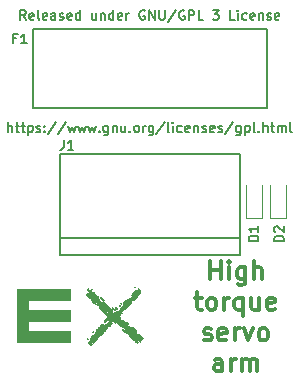
<source format=gto>
G04 #@! TF.FileFunction,Legend,Top*
%FSLAX46Y46*%
G04 Gerber Fmt 4.6, Leading zero omitted, Abs format (unit mm)*
G04 Created by KiCad (PCBNEW 4.0.7-e2-6376~61~ubuntu18.04.1) date Thu Dec  5 21:11:01 2019*
%MOMM*%
%LPD*%
G01*
G04 APERTURE LIST*
%ADD10C,0.100000*%
%ADD11C,0.203200*%
%ADD12C,0.304800*%
%ADD13C,0.120000*%
%ADD14C,0.150000*%
%ADD15C,0.010000*%
%ADD16C,0.152400*%
G04 APERTURE END LIST*
D10*
D11*
X540230Y-18367695D02*
X540230Y-17554895D01*
X888573Y-18367695D02*
X888573Y-17941943D01*
X849868Y-17864533D01*
X772458Y-17825829D01*
X656344Y-17825829D01*
X578935Y-17864533D01*
X540230Y-17903238D01*
X1159506Y-17825829D02*
X1469144Y-17825829D01*
X1275620Y-17554895D02*
X1275620Y-18251581D01*
X1314325Y-18328990D01*
X1391734Y-18367695D01*
X1469144Y-18367695D01*
X1623963Y-17825829D02*
X1933601Y-17825829D01*
X1740077Y-17554895D02*
X1740077Y-18251581D01*
X1778782Y-18328990D01*
X1856191Y-18367695D01*
X1933601Y-18367695D01*
X2204534Y-17825829D02*
X2204534Y-18638629D01*
X2204534Y-17864533D02*
X2281943Y-17825829D01*
X2436762Y-17825829D01*
X2514172Y-17864533D01*
X2552877Y-17903238D01*
X2591581Y-17980648D01*
X2591581Y-18212876D01*
X2552877Y-18290286D01*
X2514172Y-18328990D01*
X2436762Y-18367695D01*
X2281943Y-18367695D01*
X2204534Y-18328990D01*
X2901219Y-18328990D02*
X2978629Y-18367695D01*
X3133448Y-18367695D01*
X3210857Y-18328990D01*
X3249562Y-18251581D01*
X3249562Y-18212876D01*
X3210857Y-18135467D01*
X3133448Y-18096762D01*
X3017333Y-18096762D01*
X2939924Y-18058057D01*
X2901219Y-17980648D01*
X2901219Y-17941943D01*
X2939924Y-17864533D01*
X3017333Y-17825829D01*
X3133448Y-17825829D01*
X3210857Y-17864533D01*
X3597905Y-18290286D02*
X3636610Y-18328990D01*
X3597905Y-18367695D01*
X3559200Y-18328990D01*
X3597905Y-18290286D01*
X3597905Y-18367695D01*
X3597905Y-17864533D02*
X3636610Y-17903238D01*
X3597905Y-17941943D01*
X3559200Y-17903238D01*
X3597905Y-17864533D01*
X3597905Y-17941943D01*
X4565524Y-17516190D02*
X3868839Y-18561219D01*
X5417029Y-17516190D02*
X4720344Y-18561219D01*
X5610553Y-17825829D02*
X5765372Y-18367695D01*
X5920191Y-17980648D01*
X6075010Y-18367695D01*
X6229829Y-17825829D01*
X6462058Y-17825829D02*
X6616877Y-18367695D01*
X6771696Y-17980648D01*
X6926515Y-18367695D01*
X7081334Y-17825829D01*
X7313563Y-17825829D02*
X7468382Y-18367695D01*
X7623201Y-17980648D01*
X7778020Y-18367695D01*
X7932839Y-17825829D01*
X8242478Y-18290286D02*
X8281183Y-18328990D01*
X8242478Y-18367695D01*
X8203773Y-18328990D01*
X8242478Y-18290286D01*
X8242478Y-18367695D01*
X8977869Y-17825829D02*
X8977869Y-18483810D01*
X8939164Y-18561219D01*
X8900459Y-18599924D01*
X8823050Y-18638629D01*
X8706935Y-18638629D01*
X8629526Y-18599924D01*
X8977869Y-18328990D02*
X8900459Y-18367695D01*
X8745640Y-18367695D01*
X8668231Y-18328990D01*
X8629526Y-18290286D01*
X8590821Y-18212876D01*
X8590821Y-17980648D01*
X8629526Y-17903238D01*
X8668231Y-17864533D01*
X8745640Y-17825829D01*
X8900459Y-17825829D01*
X8977869Y-17864533D01*
X9364916Y-17825829D02*
X9364916Y-18367695D01*
X9364916Y-17903238D02*
X9403621Y-17864533D01*
X9481030Y-17825829D01*
X9597144Y-17825829D01*
X9674554Y-17864533D01*
X9713259Y-17941943D01*
X9713259Y-18367695D01*
X10448649Y-17825829D02*
X10448649Y-18367695D01*
X10100306Y-17825829D02*
X10100306Y-18251581D01*
X10139011Y-18328990D01*
X10216420Y-18367695D01*
X10332534Y-18367695D01*
X10409944Y-18328990D01*
X10448649Y-18290286D01*
X10835696Y-18290286D02*
X10874401Y-18328990D01*
X10835696Y-18367695D01*
X10796991Y-18328990D01*
X10835696Y-18290286D01*
X10835696Y-18367695D01*
X11338858Y-18367695D02*
X11261449Y-18328990D01*
X11222744Y-18290286D01*
X11184039Y-18212876D01*
X11184039Y-17980648D01*
X11222744Y-17903238D01*
X11261449Y-17864533D01*
X11338858Y-17825829D01*
X11454972Y-17825829D01*
X11532382Y-17864533D01*
X11571087Y-17903238D01*
X11609791Y-17980648D01*
X11609791Y-18212876D01*
X11571087Y-18290286D01*
X11532382Y-18328990D01*
X11454972Y-18367695D01*
X11338858Y-18367695D01*
X11958134Y-18367695D02*
X11958134Y-17825829D01*
X11958134Y-17980648D02*
X11996839Y-17903238D01*
X12035543Y-17864533D01*
X12112953Y-17825829D01*
X12190362Y-17825829D01*
X12809639Y-17825829D02*
X12809639Y-18483810D01*
X12770934Y-18561219D01*
X12732229Y-18599924D01*
X12654820Y-18638629D01*
X12538705Y-18638629D01*
X12461296Y-18599924D01*
X12809639Y-18328990D02*
X12732229Y-18367695D01*
X12577410Y-18367695D01*
X12500001Y-18328990D01*
X12461296Y-18290286D01*
X12422591Y-18212876D01*
X12422591Y-17980648D01*
X12461296Y-17903238D01*
X12500001Y-17864533D01*
X12577410Y-17825829D01*
X12732229Y-17825829D01*
X12809639Y-17864533D01*
X13777257Y-17516190D02*
X13080572Y-18561219D01*
X14164305Y-18367695D02*
X14086896Y-18328990D01*
X14048191Y-18251581D01*
X14048191Y-17554895D01*
X14473943Y-18367695D02*
X14473943Y-17825829D01*
X14473943Y-17554895D02*
X14435238Y-17593600D01*
X14473943Y-17632305D01*
X14512648Y-17593600D01*
X14473943Y-17554895D01*
X14473943Y-17632305D01*
X15209334Y-18328990D02*
X15131924Y-18367695D01*
X14977105Y-18367695D01*
X14899696Y-18328990D01*
X14860991Y-18290286D01*
X14822286Y-18212876D01*
X14822286Y-17980648D01*
X14860991Y-17903238D01*
X14899696Y-17864533D01*
X14977105Y-17825829D01*
X15131924Y-17825829D01*
X15209334Y-17864533D01*
X15867315Y-18328990D02*
X15789905Y-18367695D01*
X15635086Y-18367695D01*
X15557677Y-18328990D01*
X15518972Y-18251581D01*
X15518972Y-17941943D01*
X15557677Y-17864533D01*
X15635086Y-17825829D01*
X15789905Y-17825829D01*
X15867315Y-17864533D01*
X15906020Y-17941943D01*
X15906020Y-18019352D01*
X15518972Y-18096762D01*
X16254363Y-17825829D02*
X16254363Y-18367695D01*
X16254363Y-17903238D02*
X16293068Y-17864533D01*
X16370477Y-17825829D01*
X16486591Y-17825829D01*
X16564001Y-17864533D01*
X16602706Y-17941943D01*
X16602706Y-18367695D01*
X16951048Y-18328990D02*
X17028458Y-18367695D01*
X17183277Y-18367695D01*
X17260686Y-18328990D01*
X17299391Y-18251581D01*
X17299391Y-18212876D01*
X17260686Y-18135467D01*
X17183277Y-18096762D01*
X17067162Y-18096762D01*
X16989753Y-18058057D01*
X16951048Y-17980648D01*
X16951048Y-17941943D01*
X16989753Y-17864533D01*
X17067162Y-17825829D01*
X17183277Y-17825829D01*
X17260686Y-17864533D01*
X17957372Y-18328990D02*
X17879962Y-18367695D01*
X17725143Y-18367695D01*
X17647734Y-18328990D01*
X17609029Y-18251581D01*
X17609029Y-17941943D01*
X17647734Y-17864533D01*
X17725143Y-17825829D01*
X17879962Y-17825829D01*
X17957372Y-17864533D01*
X17996077Y-17941943D01*
X17996077Y-18019352D01*
X17609029Y-18096762D01*
X18305715Y-18328990D02*
X18383125Y-18367695D01*
X18537944Y-18367695D01*
X18615353Y-18328990D01*
X18654058Y-18251581D01*
X18654058Y-18212876D01*
X18615353Y-18135467D01*
X18537944Y-18096762D01*
X18421829Y-18096762D01*
X18344420Y-18058057D01*
X18305715Y-17980648D01*
X18305715Y-17941943D01*
X18344420Y-17864533D01*
X18421829Y-17825829D01*
X18537944Y-17825829D01*
X18615353Y-17864533D01*
X19582972Y-17516190D02*
X18886287Y-18561219D01*
X20202249Y-17825829D02*
X20202249Y-18483810D01*
X20163544Y-18561219D01*
X20124839Y-18599924D01*
X20047430Y-18638629D01*
X19931315Y-18638629D01*
X19853906Y-18599924D01*
X20202249Y-18328990D02*
X20124839Y-18367695D01*
X19970020Y-18367695D01*
X19892611Y-18328990D01*
X19853906Y-18290286D01*
X19815201Y-18212876D01*
X19815201Y-17980648D01*
X19853906Y-17903238D01*
X19892611Y-17864533D01*
X19970020Y-17825829D01*
X20124839Y-17825829D01*
X20202249Y-17864533D01*
X20589296Y-17825829D02*
X20589296Y-18638629D01*
X20589296Y-17864533D02*
X20666705Y-17825829D01*
X20821524Y-17825829D01*
X20898934Y-17864533D01*
X20937639Y-17903238D01*
X20976343Y-17980648D01*
X20976343Y-18212876D01*
X20937639Y-18290286D01*
X20898934Y-18328990D01*
X20821524Y-18367695D01*
X20666705Y-18367695D01*
X20589296Y-18328990D01*
X21440800Y-18367695D02*
X21363391Y-18328990D01*
X21324686Y-18251581D01*
X21324686Y-17554895D01*
X21750438Y-18290286D02*
X21789143Y-18328990D01*
X21750438Y-18367695D01*
X21711733Y-18328990D01*
X21750438Y-18290286D01*
X21750438Y-18367695D01*
X22137486Y-18367695D02*
X22137486Y-17554895D01*
X22485829Y-18367695D02*
X22485829Y-17941943D01*
X22447124Y-17864533D01*
X22369714Y-17825829D01*
X22253600Y-17825829D01*
X22176191Y-17864533D01*
X22137486Y-17903238D01*
X22756762Y-17825829D02*
X23066400Y-17825829D01*
X22872876Y-17554895D02*
X22872876Y-18251581D01*
X22911581Y-18328990D01*
X22988990Y-18367695D01*
X23066400Y-18367695D01*
X23337333Y-18367695D02*
X23337333Y-17825829D01*
X23337333Y-17903238D02*
X23376038Y-17864533D01*
X23453447Y-17825829D01*
X23569561Y-17825829D01*
X23646971Y-17864533D01*
X23685676Y-17941943D01*
X23685676Y-18367695D01*
X23685676Y-17941943D02*
X23724380Y-17864533D01*
X23801790Y-17825829D01*
X23917904Y-17825829D01*
X23995314Y-17864533D01*
X24034019Y-17941943D01*
X24034019Y-18367695D01*
X24537180Y-18367695D02*
X24459771Y-18328990D01*
X24421066Y-18251581D01*
X24421066Y-17554895D01*
X2011010Y-8867695D02*
X1740077Y-8480648D01*
X1546553Y-8867695D02*
X1546553Y-8054895D01*
X1856191Y-8054895D01*
X1933600Y-8093600D01*
X1972305Y-8132305D01*
X2011010Y-8209714D01*
X2011010Y-8325829D01*
X1972305Y-8403238D01*
X1933600Y-8441943D01*
X1856191Y-8480648D01*
X1546553Y-8480648D01*
X2668991Y-8828990D02*
X2591581Y-8867695D01*
X2436762Y-8867695D01*
X2359353Y-8828990D01*
X2320648Y-8751581D01*
X2320648Y-8441943D01*
X2359353Y-8364533D01*
X2436762Y-8325829D01*
X2591581Y-8325829D01*
X2668991Y-8364533D01*
X2707696Y-8441943D01*
X2707696Y-8519352D01*
X2320648Y-8596762D01*
X3172153Y-8867695D02*
X3094744Y-8828990D01*
X3056039Y-8751581D01*
X3056039Y-8054895D01*
X3791429Y-8828990D02*
X3714019Y-8867695D01*
X3559200Y-8867695D01*
X3481791Y-8828990D01*
X3443086Y-8751581D01*
X3443086Y-8441943D01*
X3481791Y-8364533D01*
X3559200Y-8325829D01*
X3714019Y-8325829D01*
X3791429Y-8364533D01*
X3830134Y-8441943D01*
X3830134Y-8519352D01*
X3443086Y-8596762D01*
X4526820Y-8867695D02*
X4526820Y-8441943D01*
X4488115Y-8364533D01*
X4410705Y-8325829D01*
X4255886Y-8325829D01*
X4178477Y-8364533D01*
X4526820Y-8828990D02*
X4449410Y-8867695D01*
X4255886Y-8867695D01*
X4178477Y-8828990D01*
X4139772Y-8751581D01*
X4139772Y-8674171D01*
X4178477Y-8596762D01*
X4255886Y-8558057D01*
X4449410Y-8558057D01*
X4526820Y-8519352D01*
X4875162Y-8828990D02*
X4952572Y-8867695D01*
X5107391Y-8867695D01*
X5184800Y-8828990D01*
X5223505Y-8751581D01*
X5223505Y-8712876D01*
X5184800Y-8635467D01*
X5107391Y-8596762D01*
X4991276Y-8596762D01*
X4913867Y-8558057D01*
X4875162Y-8480648D01*
X4875162Y-8441943D01*
X4913867Y-8364533D01*
X4991276Y-8325829D01*
X5107391Y-8325829D01*
X5184800Y-8364533D01*
X5881486Y-8828990D02*
X5804076Y-8867695D01*
X5649257Y-8867695D01*
X5571848Y-8828990D01*
X5533143Y-8751581D01*
X5533143Y-8441943D01*
X5571848Y-8364533D01*
X5649257Y-8325829D01*
X5804076Y-8325829D01*
X5881486Y-8364533D01*
X5920191Y-8441943D01*
X5920191Y-8519352D01*
X5533143Y-8596762D01*
X6616877Y-8867695D02*
X6616877Y-8054895D01*
X6616877Y-8828990D02*
X6539467Y-8867695D01*
X6384648Y-8867695D01*
X6307239Y-8828990D01*
X6268534Y-8790286D01*
X6229829Y-8712876D01*
X6229829Y-8480648D01*
X6268534Y-8403238D01*
X6307239Y-8364533D01*
X6384648Y-8325829D01*
X6539467Y-8325829D01*
X6616877Y-8364533D01*
X7971543Y-8325829D02*
X7971543Y-8867695D01*
X7623200Y-8325829D02*
X7623200Y-8751581D01*
X7661905Y-8828990D01*
X7739314Y-8867695D01*
X7855428Y-8867695D01*
X7932838Y-8828990D01*
X7971543Y-8790286D01*
X8358590Y-8325829D02*
X8358590Y-8867695D01*
X8358590Y-8403238D02*
X8397295Y-8364533D01*
X8474704Y-8325829D01*
X8590818Y-8325829D01*
X8668228Y-8364533D01*
X8706933Y-8441943D01*
X8706933Y-8867695D01*
X9442323Y-8867695D02*
X9442323Y-8054895D01*
X9442323Y-8828990D02*
X9364913Y-8867695D01*
X9210094Y-8867695D01*
X9132685Y-8828990D01*
X9093980Y-8790286D01*
X9055275Y-8712876D01*
X9055275Y-8480648D01*
X9093980Y-8403238D01*
X9132685Y-8364533D01*
X9210094Y-8325829D01*
X9364913Y-8325829D01*
X9442323Y-8364533D01*
X10139008Y-8828990D02*
X10061598Y-8867695D01*
X9906779Y-8867695D01*
X9829370Y-8828990D01*
X9790665Y-8751581D01*
X9790665Y-8441943D01*
X9829370Y-8364533D01*
X9906779Y-8325829D01*
X10061598Y-8325829D01*
X10139008Y-8364533D01*
X10177713Y-8441943D01*
X10177713Y-8519352D01*
X9790665Y-8596762D01*
X10526056Y-8867695D02*
X10526056Y-8325829D01*
X10526056Y-8480648D02*
X10564761Y-8403238D01*
X10603465Y-8364533D01*
X10680875Y-8325829D01*
X10758284Y-8325829D01*
X12074246Y-8093600D02*
X11996837Y-8054895D01*
X11880722Y-8054895D01*
X11764608Y-8093600D01*
X11687199Y-8171010D01*
X11648494Y-8248419D01*
X11609789Y-8403238D01*
X11609789Y-8519352D01*
X11648494Y-8674171D01*
X11687199Y-8751581D01*
X11764608Y-8828990D01*
X11880722Y-8867695D01*
X11958132Y-8867695D01*
X12074246Y-8828990D01*
X12112951Y-8790286D01*
X12112951Y-8519352D01*
X11958132Y-8519352D01*
X12461294Y-8867695D02*
X12461294Y-8054895D01*
X12925751Y-8867695D01*
X12925751Y-8054895D01*
X13312799Y-8054895D02*
X13312799Y-8712876D01*
X13351504Y-8790286D01*
X13390208Y-8828990D01*
X13467618Y-8867695D01*
X13622437Y-8867695D01*
X13699846Y-8828990D01*
X13738551Y-8790286D01*
X13777256Y-8712876D01*
X13777256Y-8054895D01*
X14744875Y-8016190D02*
X14048190Y-9061219D01*
X15441561Y-8093600D02*
X15364152Y-8054895D01*
X15248037Y-8054895D01*
X15131923Y-8093600D01*
X15054514Y-8171010D01*
X15015809Y-8248419D01*
X14977104Y-8403238D01*
X14977104Y-8519352D01*
X15015809Y-8674171D01*
X15054514Y-8751581D01*
X15131923Y-8828990D01*
X15248037Y-8867695D01*
X15325447Y-8867695D01*
X15441561Y-8828990D01*
X15480266Y-8790286D01*
X15480266Y-8519352D01*
X15325447Y-8519352D01*
X15828609Y-8867695D02*
X15828609Y-8054895D01*
X16138247Y-8054895D01*
X16215656Y-8093600D01*
X16254361Y-8132305D01*
X16293066Y-8209714D01*
X16293066Y-8325829D01*
X16254361Y-8403238D01*
X16215656Y-8441943D01*
X16138247Y-8480648D01*
X15828609Y-8480648D01*
X17028456Y-8867695D02*
X16641409Y-8867695D01*
X16641409Y-8054895D01*
X17841256Y-8054895D02*
X18344418Y-8054895D01*
X18073485Y-8364533D01*
X18189599Y-8364533D01*
X18267009Y-8403238D01*
X18305713Y-8441943D01*
X18344418Y-8519352D01*
X18344418Y-8712876D01*
X18305713Y-8790286D01*
X18267009Y-8828990D01*
X18189599Y-8867695D01*
X17957371Y-8867695D01*
X17879961Y-8828990D01*
X17841256Y-8790286D01*
X19699084Y-8867695D02*
X19312037Y-8867695D01*
X19312037Y-8054895D01*
X19970018Y-8867695D02*
X19970018Y-8325829D01*
X19970018Y-8054895D02*
X19931313Y-8093600D01*
X19970018Y-8132305D01*
X20008723Y-8093600D01*
X19970018Y-8054895D01*
X19970018Y-8132305D01*
X20705409Y-8828990D02*
X20627999Y-8867695D01*
X20473180Y-8867695D01*
X20395771Y-8828990D01*
X20357066Y-8790286D01*
X20318361Y-8712876D01*
X20318361Y-8480648D01*
X20357066Y-8403238D01*
X20395771Y-8364533D01*
X20473180Y-8325829D01*
X20627999Y-8325829D01*
X20705409Y-8364533D01*
X21363390Y-8828990D02*
X21285980Y-8867695D01*
X21131161Y-8867695D01*
X21053752Y-8828990D01*
X21015047Y-8751581D01*
X21015047Y-8441943D01*
X21053752Y-8364533D01*
X21131161Y-8325829D01*
X21285980Y-8325829D01*
X21363390Y-8364533D01*
X21402095Y-8441943D01*
X21402095Y-8519352D01*
X21015047Y-8596762D01*
X21750438Y-8325829D02*
X21750438Y-8867695D01*
X21750438Y-8403238D02*
X21789143Y-8364533D01*
X21866552Y-8325829D01*
X21982666Y-8325829D01*
X22060076Y-8364533D01*
X22098781Y-8441943D01*
X22098781Y-8867695D01*
X22447123Y-8828990D02*
X22524533Y-8867695D01*
X22679352Y-8867695D01*
X22756761Y-8828990D01*
X22795466Y-8751581D01*
X22795466Y-8712876D01*
X22756761Y-8635467D01*
X22679352Y-8596762D01*
X22563237Y-8596762D01*
X22485828Y-8558057D01*
X22447123Y-8480648D01*
X22447123Y-8441943D01*
X22485828Y-8364533D01*
X22563237Y-8325829D01*
X22679352Y-8325829D01*
X22756761Y-8364533D01*
X23453447Y-8828990D02*
X23376037Y-8867695D01*
X23221218Y-8867695D01*
X23143809Y-8828990D01*
X23105104Y-8751581D01*
X23105104Y-8441943D01*
X23143809Y-8364533D01*
X23221218Y-8325829D01*
X23376037Y-8325829D01*
X23453447Y-8364533D01*
X23492152Y-8441943D01*
X23492152Y-8519352D01*
X23105104Y-8596762D01*
D12*
X17634858Y-30839229D02*
X17634858Y-29315229D01*
X17634858Y-30040943D02*
X18505715Y-30040943D01*
X18505715Y-30839229D02*
X18505715Y-29315229D01*
X19231429Y-30839229D02*
X19231429Y-29823229D01*
X19231429Y-29315229D02*
X19158858Y-29387800D01*
X19231429Y-29460371D01*
X19304001Y-29387800D01*
X19231429Y-29315229D01*
X19231429Y-29460371D01*
X20610286Y-29823229D02*
X20610286Y-31056943D01*
X20537715Y-31202086D01*
X20465143Y-31274657D01*
X20320000Y-31347229D01*
X20102286Y-31347229D01*
X19957143Y-31274657D01*
X20610286Y-30766657D02*
X20465143Y-30839229D01*
X20174857Y-30839229D01*
X20029715Y-30766657D01*
X19957143Y-30694086D01*
X19884572Y-30548943D01*
X19884572Y-30113514D01*
X19957143Y-29968371D01*
X20029715Y-29895800D01*
X20174857Y-29823229D01*
X20465143Y-29823229D01*
X20610286Y-29895800D01*
X21336000Y-30839229D02*
X21336000Y-29315229D01*
X21989143Y-30839229D02*
X21989143Y-30040943D01*
X21916572Y-29895800D01*
X21771429Y-29823229D01*
X21553714Y-29823229D01*
X21408572Y-29895800D01*
X21336000Y-29968371D01*
X16328572Y-32414029D02*
X16909143Y-32414029D01*
X16546286Y-31906029D02*
X16546286Y-33212314D01*
X16618858Y-33357457D01*
X16764000Y-33430029D01*
X16909143Y-33430029D01*
X17634857Y-33430029D02*
X17489715Y-33357457D01*
X17417143Y-33284886D01*
X17344572Y-33139743D01*
X17344572Y-32704314D01*
X17417143Y-32559171D01*
X17489715Y-32486600D01*
X17634857Y-32414029D01*
X17852572Y-32414029D01*
X17997715Y-32486600D01*
X18070286Y-32559171D01*
X18142857Y-32704314D01*
X18142857Y-33139743D01*
X18070286Y-33284886D01*
X17997715Y-33357457D01*
X17852572Y-33430029D01*
X17634857Y-33430029D01*
X18796000Y-33430029D02*
X18796000Y-32414029D01*
X18796000Y-32704314D02*
X18868572Y-32559171D01*
X18941143Y-32486600D01*
X19086286Y-32414029D01*
X19231429Y-32414029D01*
X20392572Y-32414029D02*
X20392572Y-33938029D01*
X20392572Y-33357457D02*
X20247429Y-33430029D01*
X19957143Y-33430029D01*
X19812001Y-33357457D01*
X19739429Y-33284886D01*
X19666858Y-33139743D01*
X19666858Y-32704314D01*
X19739429Y-32559171D01*
X19812001Y-32486600D01*
X19957143Y-32414029D01*
X20247429Y-32414029D01*
X20392572Y-32486600D01*
X21771429Y-32414029D02*
X21771429Y-33430029D01*
X21118286Y-32414029D02*
X21118286Y-33212314D01*
X21190858Y-33357457D01*
X21336000Y-33430029D01*
X21553715Y-33430029D01*
X21698858Y-33357457D01*
X21771429Y-33284886D01*
X23077715Y-33357457D02*
X22932572Y-33430029D01*
X22642286Y-33430029D01*
X22497143Y-33357457D01*
X22424572Y-33212314D01*
X22424572Y-32631743D01*
X22497143Y-32486600D01*
X22642286Y-32414029D01*
X22932572Y-32414029D01*
X23077715Y-32486600D01*
X23150286Y-32631743D01*
X23150286Y-32776886D01*
X22424572Y-32922029D01*
X17090572Y-35948257D02*
X17235715Y-36020829D01*
X17526000Y-36020829D01*
X17671143Y-35948257D01*
X17743715Y-35803114D01*
X17743715Y-35730543D01*
X17671143Y-35585400D01*
X17526000Y-35512829D01*
X17308286Y-35512829D01*
X17163143Y-35440257D01*
X17090572Y-35295114D01*
X17090572Y-35222543D01*
X17163143Y-35077400D01*
X17308286Y-35004829D01*
X17526000Y-35004829D01*
X17671143Y-35077400D01*
X18977429Y-35948257D02*
X18832286Y-36020829D01*
X18542000Y-36020829D01*
X18396857Y-35948257D01*
X18324286Y-35803114D01*
X18324286Y-35222543D01*
X18396857Y-35077400D01*
X18542000Y-35004829D01*
X18832286Y-35004829D01*
X18977429Y-35077400D01*
X19050000Y-35222543D01*
X19050000Y-35367686D01*
X18324286Y-35512829D01*
X19703143Y-36020829D02*
X19703143Y-35004829D01*
X19703143Y-35295114D02*
X19775715Y-35149971D01*
X19848286Y-35077400D01*
X19993429Y-35004829D01*
X20138572Y-35004829D01*
X20501429Y-35004829D02*
X20864286Y-36020829D01*
X21227144Y-35004829D01*
X22025429Y-36020829D02*
X21880287Y-35948257D01*
X21807715Y-35875686D01*
X21735144Y-35730543D01*
X21735144Y-35295114D01*
X21807715Y-35149971D01*
X21880287Y-35077400D01*
X22025429Y-35004829D01*
X22243144Y-35004829D01*
X22388287Y-35077400D01*
X22460858Y-35149971D01*
X22533429Y-35295114D01*
X22533429Y-35730543D01*
X22460858Y-35875686D01*
X22388287Y-35948257D01*
X22243144Y-36020829D01*
X22025429Y-36020829D01*
X18650857Y-38611629D02*
X18650857Y-37813343D01*
X18578286Y-37668200D01*
X18433143Y-37595629D01*
X18142857Y-37595629D01*
X17997714Y-37668200D01*
X18650857Y-38539057D02*
X18505714Y-38611629D01*
X18142857Y-38611629D01*
X17997714Y-38539057D01*
X17925143Y-38393914D01*
X17925143Y-38248771D01*
X17997714Y-38103629D01*
X18142857Y-38031057D01*
X18505714Y-38031057D01*
X18650857Y-37958486D01*
X19376571Y-38611629D02*
X19376571Y-37595629D01*
X19376571Y-37885914D02*
X19449143Y-37740771D01*
X19521714Y-37668200D01*
X19666857Y-37595629D01*
X19812000Y-37595629D01*
X20320000Y-38611629D02*
X20320000Y-37595629D01*
X20320000Y-37740771D02*
X20392572Y-37668200D01*
X20537714Y-37595629D01*
X20755429Y-37595629D01*
X20900572Y-37668200D01*
X20973143Y-37813343D01*
X20973143Y-38611629D01*
X20973143Y-37813343D02*
X21045714Y-37668200D01*
X21190857Y-37595629D01*
X21408572Y-37595629D01*
X21553714Y-37668200D01*
X21626286Y-37813343D01*
X21626286Y-38611629D01*
D13*
X20636000Y-25676000D02*
X22036000Y-25676000D01*
X22036000Y-25676000D02*
X22036000Y-22876000D01*
X20636000Y-25676000D02*
X20636000Y-22876000D01*
X22668000Y-25676000D02*
X24068000Y-25676000D01*
X24068000Y-25676000D02*
X24068000Y-22876000D01*
X22668000Y-25676000D02*
X22668000Y-22876000D01*
D14*
X2594000Y-9634500D02*
X2594000Y-16365500D01*
X22406000Y-9634500D02*
X22406000Y-16365500D01*
X2594000Y-16365500D02*
X22406000Y-16365500D01*
X2594000Y-9634500D02*
X22406000Y-9634500D01*
X20120000Y-27302000D02*
X4880000Y-27302000D01*
X20120000Y-20200000D02*
X20120000Y-28800000D01*
X4880000Y-28800000D02*
X4880000Y-20200000D01*
X20120000Y-20200000D02*
X4880000Y-20200000D01*
X4880000Y-28800000D02*
X20120000Y-28800000D01*
D15*
G36*
X7317481Y-31665446D02*
X7359448Y-31744930D01*
X7423749Y-31782906D01*
X7481996Y-31813551D01*
X7507089Y-31847257D01*
X7507111Y-31848083D01*
X7529503Y-31905810D01*
X7583181Y-31930696D01*
X7644881Y-31914871D01*
X7682446Y-31898576D01*
X7719469Y-31907410D01*
X7770626Y-31947891D01*
X7814212Y-31990083D01*
X7873364Y-32053741D01*
X7909172Y-32101878D01*
X7914614Y-32119671D01*
X7928948Y-32144750D01*
X7978139Y-32188369D01*
X8017403Y-32217255D01*
X8102743Y-32293665D01*
X8171869Y-32386971D01*
X8215187Y-32480911D01*
X8223103Y-32559224D01*
X8222003Y-32564009D01*
X8235549Y-32623711D01*
X8300849Y-32694073D01*
X8375202Y-32745751D01*
X8444949Y-32761694D01*
X8498049Y-32757867D01*
X8569617Y-32754630D01*
X8622379Y-32775799D01*
X8680635Y-32831853D01*
X8687519Y-32839579D01*
X8744955Y-32897389D01*
X8790898Y-32931466D01*
X8802925Y-32935334D01*
X8832261Y-32954098D01*
X8833555Y-32961654D01*
X8856560Y-32991464D01*
X8882944Y-33004264D01*
X8932515Y-33037727D01*
X8985662Y-33096784D01*
X8988777Y-33101154D01*
X9040721Y-33168937D01*
X9111466Y-33253625D01*
X9154226Y-33302024D01*
X9227371Y-33371701D01*
X9275018Y-33391751D01*
X9296510Y-33362282D01*
X9291189Y-33283405D01*
X9290410Y-33279231D01*
X9283949Y-33228343D01*
X9298580Y-33223941D01*
X9322895Y-33242178D01*
X9363837Y-33303638D01*
X9362808Y-33371178D01*
X9342896Y-33402482D01*
X9330432Y-33445719D01*
X9331115Y-33525525D01*
X9336142Y-33570076D01*
X9359889Y-33669695D01*
X9396979Y-33714857D01*
X9450769Y-33706617D01*
X9499354Y-33666759D01*
X9567333Y-33666759D01*
X9584333Y-33695359D01*
X9644023Y-33723315D01*
X9644058Y-33723328D01*
X9641232Y-33703954D01*
X9638918Y-33697334D01*
X9736666Y-33697334D01*
X9746992Y-33720564D01*
X9755481Y-33716148D01*
X9758859Y-33682655D01*
X9755481Y-33678519D01*
X9738703Y-33682393D01*
X9736666Y-33697334D01*
X9638918Y-33697334D01*
X9633983Y-33683222D01*
X9606499Y-33647590D01*
X9577142Y-33643881D01*
X9567333Y-33666759D01*
X9499354Y-33666759D01*
X9524618Y-33646034D01*
X9536924Y-33633250D01*
X9604994Y-33571608D01*
X9663603Y-33548621D01*
X9707876Y-33550119D01*
X9768868Y-33548193D01*
X9828470Y-33516573D01*
X9892359Y-33458856D01*
X9950909Y-33390143D01*
X9979892Y-33334528D01*
X9980180Y-33315604D01*
X9988270Y-33270016D01*
X10017470Y-33238659D01*
X10063055Y-33197900D01*
X10128351Y-33129219D01*
X10187323Y-33061498D01*
X10251957Y-32979405D01*
X10260712Y-32963556D01*
X10668000Y-32963556D01*
X10677629Y-32991044D01*
X10680445Y-32991778D01*
X10704540Y-32972002D01*
X10710333Y-32963556D01*
X10708095Y-32937549D01*
X10697887Y-32935334D01*
X10669148Y-32955820D01*
X10668000Y-32963556D01*
X10260712Y-32963556D01*
X10284827Y-32919902D01*
X10293442Y-32865038D01*
X10288895Y-32818684D01*
X10287391Y-32733358D01*
X10320669Y-32679065D01*
X10397686Y-32645023D01*
X10441617Y-32634888D01*
X10518625Y-32603185D01*
X10548764Y-32561446D01*
X10574931Y-32529164D01*
X10817821Y-32529164D01*
X10822549Y-32539134D01*
X10851466Y-32555919D01*
X10883375Y-32537144D01*
X10907862Y-32497404D01*
X10894973Y-32473685D01*
X10856118Y-32462800D01*
X10823449Y-32487574D01*
X10817821Y-32529164D01*
X10574931Y-32529164D01*
X10581002Y-32521675D01*
X10649251Y-32473561D01*
X10736129Y-32427077D01*
X10824258Y-32392196D01*
X10859903Y-32382900D01*
X10924367Y-32350973D01*
X10966713Y-32296418D01*
X10979019Y-32236797D01*
X10953365Y-32189672D01*
X10948533Y-32186401D01*
X10942095Y-32166216D01*
X11355758Y-32166216D01*
X11364915Y-32183508D01*
X11406611Y-32199551D01*
X11439344Y-32161415D01*
X11440206Y-32159222D01*
X11436148Y-32122763D01*
X11416668Y-32116889D01*
X11371031Y-32132683D01*
X11355758Y-32166216D01*
X10942095Y-32166216D01*
X10939442Y-32157902D01*
X10960648Y-32135346D01*
X10997477Y-32082773D01*
X11011725Y-32034354D01*
X11045256Y-31967353D01*
X11103967Y-31919988D01*
X11178828Y-31860737D01*
X11233942Y-31790856D01*
X11277301Y-31733029D01*
X11333917Y-31711864D01*
X11382544Y-31710794D01*
X11455165Y-31705833D01*
X11494041Y-31677196D01*
X11511396Y-31640238D01*
X11530907Y-31601188D01*
X11540532Y-31610444D01*
X11540660Y-31612502D01*
X11564150Y-31662519D01*
X11601919Y-31697644D01*
X11650663Y-31758614D01*
X11683165Y-31858382D01*
X11683740Y-31861471D01*
X11706531Y-31986103D01*
X11434210Y-32277966D01*
X11310876Y-32406801D01*
X11215690Y-32497706D01*
X11141473Y-32556779D01*
X11081050Y-32590113D01*
X11057247Y-32598126D01*
X10967457Y-32631505D01*
X10931265Y-32670335D01*
X10945864Y-32718000D01*
X10951627Y-32725359D01*
X10961389Y-32751003D01*
X10948598Y-32786997D01*
X10907810Y-32841434D01*
X10833586Y-32922409D01*
X10786453Y-32971068D01*
X10691694Y-33069511D01*
X10603389Y-33163961D01*
X10534783Y-33240139D01*
X10511265Y-33267817D01*
X10446027Y-33331536D01*
X10392089Y-33345988D01*
X10384152Y-33344040D01*
X10326315Y-33352915D01*
X10242419Y-33409097D01*
X10212370Y-33434890D01*
X10117255Y-33520833D01*
X10053418Y-33583162D01*
X10009450Y-33635188D01*
X9973939Y-33690224D01*
X9940302Y-33752336D01*
X9875827Y-33875654D01*
X9950525Y-33953622D01*
X9997688Y-34007956D01*
X10009156Y-34048889D01*
X9989945Y-34102119D01*
X9982471Y-34117287D01*
X9956482Y-34179777D01*
X9960553Y-34216055D01*
X9978938Y-34235533D01*
X10034878Y-34254374D01*
X10087008Y-34250800D01*
X10141524Y-34249419D01*
X10193830Y-34282277D01*
X10235541Y-34326842D01*
X10301861Y-34386311D01*
X10396982Y-34438572D01*
X10530392Y-34487937D01*
X10688690Y-34532846D01*
X10710091Y-34558481D01*
X10699808Y-34597848D01*
X10667304Y-34626045D01*
X10652271Y-34628667D01*
X10607150Y-34606780D01*
X10590028Y-34585188D01*
X10546479Y-34555749D01*
X10518070Y-34559985D01*
X10474399Y-34594094D01*
X10477874Y-34638281D01*
X10521930Y-34685269D01*
X10600002Y-34727780D01*
X10695309Y-34756488D01*
X10784441Y-34792145D01*
X10863376Y-34849681D01*
X10864643Y-34850981D01*
X10941513Y-34907062D01*
X11014828Y-34915963D01*
X11064755Y-34919077D01*
X11117891Y-34945578D01*
X11186456Y-35003164D01*
X11245212Y-35061035D01*
X11321304Y-35139715D01*
X11363564Y-35191206D01*
X11377995Y-35228312D01*
X11370600Y-35263833D01*
X11355175Y-35295528D01*
X11329908Y-35354223D01*
X11338369Y-35391399D01*
X11377007Y-35427359D01*
X11447104Y-35462219D01*
X11499235Y-35464076D01*
X11542337Y-35468067D01*
X11603102Y-35501819D01*
X11689238Y-35570260D01*
X11750377Y-35624617D01*
X11942826Y-35799889D01*
X11840550Y-35918532D01*
X11765484Y-35994135D01*
X11710825Y-36021777D01*
X11692126Y-36019465D01*
X11659444Y-36016612D01*
X11663756Y-36048086D01*
X11672616Y-36097532D01*
X11654136Y-36109549D01*
X11620351Y-36087152D01*
X11583294Y-36033355D01*
X11580256Y-36027171D01*
X11532172Y-35952727D01*
X11485155Y-35927375D01*
X11444826Y-35954022D01*
X11443344Y-35956352D01*
X11444357Y-35998521D01*
X11472045Y-36057410D01*
X11502501Y-36129817D01*
X11495035Y-36184835D01*
X11451943Y-36208923D01*
X11446324Y-36209111D01*
X11361251Y-36189723D01*
X11286008Y-36141459D01*
X11243357Y-36079170D01*
X11242535Y-36076141D01*
X11205866Y-36017639D01*
X11136091Y-35962022D01*
X11123267Y-35954804D01*
X11029503Y-35895953D01*
X10942573Y-35826130D01*
X10896086Y-35778596D01*
X11238122Y-35778596D01*
X11251259Y-35795185D01*
X11296460Y-35814180D01*
X11335856Y-35797858D01*
X11345333Y-35771667D01*
X11331860Y-35751925D01*
X11576972Y-35751925D01*
X11599978Y-35793454D01*
X11635970Y-35830246D01*
X11686164Y-35883526D01*
X11711486Y-35923592D01*
X11712222Y-35928031D01*
X11735098Y-35952062D01*
X11754555Y-35955111D01*
X11790123Y-35932056D01*
X11796456Y-35905722D01*
X11777969Y-35831171D01*
X11717565Y-35778676D01*
X11672456Y-35758532D01*
X11601542Y-35739477D01*
X11576972Y-35751925D01*
X11331860Y-35751925D01*
X11321804Y-35737191D01*
X11288889Y-35729334D01*
X11239722Y-35743457D01*
X11238122Y-35778596D01*
X10896086Y-35778596D01*
X10875120Y-35757159D01*
X10839790Y-35700866D01*
X10837333Y-35687398D01*
X10828420Y-35665450D01*
X10981090Y-35665450D01*
X10989186Y-35692850D01*
X11019636Y-35717328D01*
X11084895Y-35747851D01*
X11129341Y-35731509D01*
X11139338Y-35712317D01*
X11131351Y-35670572D01*
X11107549Y-35629415D01*
X11074180Y-35591711D01*
X11045483Y-35597254D01*
X11015447Y-35625225D01*
X10981090Y-35665450D01*
X10828420Y-35665450D01*
X10821978Y-35649590D01*
X10808654Y-35644667D01*
X10779214Y-35621574D01*
X10742129Y-35564306D01*
X10733173Y-35546521D01*
X10685681Y-35474909D01*
X10614395Y-35427429D01*
X10555917Y-35405046D01*
X10531883Y-35393533D01*
X10871468Y-35393533D01*
X10880547Y-35438839D01*
X10899024Y-35474192D01*
X10910056Y-35456782D01*
X10914751Y-35437847D01*
X10917349Y-35386550D01*
X10911294Y-35371852D01*
X11100740Y-35371852D01*
X11104614Y-35388630D01*
X11119555Y-35390667D01*
X11142785Y-35380341D01*
X11138370Y-35371852D01*
X11104877Y-35368474D01*
X11100740Y-35371852D01*
X10911294Y-35371852D01*
X10910383Y-35369643D01*
X10883497Y-35362916D01*
X10871468Y-35393533D01*
X10531883Y-35393533D01*
X10490989Y-35373944D01*
X10413479Y-35323015D01*
X10332404Y-35260394D01*
X10256780Y-35194215D01*
X10255684Y-35193111D01*
X10710333Y-35193111D01*
X10712571Y-35219118D01*
X10722778Y-35221334D01*
X10751518Y-35200847D01*
X10752666Y-35193111D01*
X10743037Y-35165623D01*
X10740221Y-35164889D01*
X10716125Y-35184665D01*
X10710333Y-35193111D01*
X10255684Y-35193111D01*
X10195623Y-35132612D01*
X10157951Y-35083720D01*
X10152781Y-35055671D01*
X10164564Y-35052000D01*
X10219153Y-35072172D01*
X10245797Y-35095695D01*
X10297787Y-35126897D01*
X10357696Y-35126246D01*
X10400904Y-35096309D01*
X10407640Y-35078801D01*
X10397989Y-35029171D01*
X10363710Y-34959186D01*
X10349998Y-34937690D01*
X10292622Y-34870002D01*
X10231792Y-34842846D01*
X10196531Y-34840334D01*
X10115777Y-34822013D01*
X10032856Y-34761502D01*
X10012642Y-34741556D01*
X9935925Y-34671940D01*
X9857862Y-34614549D01*
X9833513Y-34600445D01*
X9764882Y-34557738D01*
X9717793Y-34515778D01*
X9674031Y-34458850D01*
X9642291Y-34417000D01*
X9611786Y-34381702D01*
X9592168Y-34388045D01*
X9568645Y-34441592D01*
X9567249Y-34445222D01*
X9534726Y-34529889D01*
X9482700Y-34466011D01*
X9440809Y-34408165D01*
X9419518Y-34368665D01*
X9391688Y-34357085D01*
X9336976Y-34377557D01*
X9268277Y-34422084D01*
X9198486Y-34482673D01*
X9153246Y-34533764D01*
X9111574Y-34593914D01*
X9103923Y-34630931D01*
X9126582Y-34663659D01*
X9127486Y-34664566D01*
X9153546Y-34700872D01*
X9137963Y-34734325D01*
X9116318Y-34755178D01*
X9065678Y-34785225D01*
X9032836Y-34784955D01*
X9002387Y-34793595D01*
X8976395Y-34835787D01*
X8932458Y-34905763D01*
X8885026Y-34950707D01*
X8837056Y-34996459D01*
X8819745Y-35033758D01*
X8801467Y-35070559D01*
X8753053Y-35135827D01*
X8683688Y-35217533D01*
X8657166Y-35246700D01*
X8578768Y-35329956D01*
X8530554Y-35375483D01*
X8505338Y-35387855D01*
X8495933Y-35371644D01*
X8494889Y-35349942D01*
X8483574Y-35290530D01*
X8451725Y-35283438D01*
X8409782Y-35320641D01*
X8389988Y-35362137D01*
X8413209Y-35406331D01*
X8421150Y-35415372D01*
X8452459Y-35457270D01*
X8443036Y-35486532D01*
X8420808Y-35506565D01*
X8369632Y-35541233D01*
X8289024Y-35588003D01*
X8230257Y-35619273D01*
X8143290Y-35669309D01*
X8093486Y-35717303D01*
X8064931Y-35780417D01*
X8058105Y-35804961D01*
X8027183Y-35878774D01*
X7965488Y-35971339D01*
X7868194Y-36089333D01*
X7789830Y-36176078D01*
X7697359Y-36274519D01*
X7618371Y-36355735D01*
X7560789Y-36411783D01*
X7532533Y-36434720D01*
X7531698Y-36434889D01*
X7503896Y-36415387D01*
X7453778Y-36365646D01*
X7420730Y-36329056D01*
X7372036Y-36278308D01*
X7485422Y-36278308D01*
X7520574Y-36294313D01*
X7556500Y-36299894D01*
X7625417Y-36302278D01*
X7662263Y-36277176D01*
X7685326Y-36210924D01*
X7687449Y-36202056D01*
X7688960Y-36141782D01*
X7658416Y-36124421D01*
X7600896Y-36150379D01*
X7550898Y-36191181D01*
X7495700Y-36247224D01*
X7485422Y-36278308D01*
X7372036Y-36278308D01*
X7357793Y-36263465D01*
X7302730Y-36217110D01*
X7283751Y-36206232D01*
X7257603Y-36190402D01*
X7282486Y-36174534D01*
X7295444Y-36169922D01*
X7342148Y-36138386D01*
X7391492Y-36083221D01*
X7432606Y-36020713D01*
X7454619Y-35967147D01*
X7448961Y-35939946D01*
X7423600Y-35897567D01*
X7446369Y-35830360D01*
X7517769Y-35736888D01*
X7521222Y-35733050D01*
X7577400Y-35665260D01*
X7613181Y-35611308D01*
X7620000Y-35592333D01*
X7643203Y-35563196D01*
X7702918Y-35521540D01*
X7757720Y-35491163D01*
X7838631Y-35446370D01*
X7882715Y-35404951D01*
X7904908Y-35347781D01*
X7915212Y-35289524D01*
X7934428Y-35179036D01*
X7951636Y-35121646D01*
X8240889Y-35121646D01*
X8259680Y-35158430D01*
X8303142Y-35159587D01*
X8351904Y-35124797D01*
X8352990Y-35123505D01*
X8377403Y-35076813D01*
X8377612Y-35056381D01*
X8348924Y-35042551D01*
X8301552Y-35056474D01*
X8258065Y-35087376D01*
X8240889Y-35121646D01*
X7951636Y-35121646D01*
X7953807Y-35114407D01*
X7977534Y-35085193D01*
X7999100Y-35080222D01*
X8043038Y-35059704D01*
X8097053Y-35011728D01*
X8141245Y-34956667D01*
X8156222Y-34919371D01*
X8177547Y-34883240D01*
X8222448Y-34845766D01*
X8281468Y-34787716D01*
X8323891Y-34717351D01*
X8372808Y-34648544D01*
X8443379Y-34601920D01*
X8517095Y-34585989D01*
X8569970Y-34604201D01*
X8593845Y-34645440D01*
X8572766Y-34679612D01*
X8518173Y-34697297D01*
X8461049Y-34693866D01*
X8404514Y-34685580D01*
X8385570Y-34701690D01*
X8392738Y-34756154D01*
X8396252Y-34772675D01*
X8414385Y-34848205D01*
X8432994Y-34875090D01*
X8464053Y-34859943D01*
X8498344Y-34829060D01*
X8550481Y-34787099D01*
X8586007Y-34769778D01*
X8617287Y-34750854D01*
X8672366Y-34702128D01*
X8717427Y-34656889D01*
X8787896Y-34593590D01*
X8853179Y-34552628D01*
X8884029Y-34544000D01*
X8945234Y-34519982D01*
X8999989Y-34462122D01*
X9029749Y-34391708D01*
X9031111Y-34375176D01*
X9009280Y-34327340D01*
X8974666Y-34296550D01*
X8930431Y-34256772D01*
X8918222Y-34229372D01*
X8898000Y-34188121D01*
X8886773Y-34177111D01*
X9158111Y-34177111D01*
X9164509Y-34201272D01*
X9184667Y-34205334D01*
X9223281Y-34190599D01*
X9228666Y-34177111D01*
X9208410Y-34149697D01*
X9202110Y-34148889D01*
X9163887Y-34169404D01*
X9158111Y-34177111D01*
X8886773Y-34177111D01*
X8868833Y-34159520D01*
X8837072Y-34129702D01*
X8853560Y-34112878D01*
X8884072Y-34103433D01*
X8928579Y-34085537D01*
X8923603Y-34058950D01*
X8904559Y-34036495D01*
X8875563Y-33982862D01*
X8875407Y-33948359D01*
X8860878Y-33916277D01*
X8810677Y-33853939D01*
X8787598Y-33828917D01*
X8933704Y-33828917D01*
X8934885Y-33905338D01*
X8969986Y-33964849D01*
X9025912Y-33993620D01*
X9080111Y-33983540D01*
X9125204Y-33970124D01*
X9155723Y-33999138D01*
X9167611Y-34023040D01*
X9198393Y-34068341D01*
X9233169Y-34094908D01*
X9255238Y-34091607D01*
X9256889Y-34082545D01*
X9246337Y-34036187D01*
X9221635Y-33974291D01*
X9193211Y-33919618D01*
X9171492Y-33894931D01*
X9170915Y-33894889D01*
X9136162Y-33877329D01*
X9081543Y-33834098D01*
X9070777Y-33824334D01*
X9006484Y-33770585D01*
X8968138Y-33759717D01*
X8944549Y-33792104D01*
X8933704Y-33828917D01*
X8787598Y-33828917D01*
X8731628Y-33768235D01*
X8630558Y-33666056D01*
X8514292Y-33554294D01*
X8389655Y-33439839D01*
X8314511Y-33374179D01*
X8607777Y-33374179D01*
X8627906Y-33435688D01*
X8675913Y-33505133D01*
X8733233Y-33558632D01*
X8762027Y-33572611D01*
X8828025Y-33608659D01*
X8877030Y-33660704D01*
X8916794Y-33707017D01*
X8948875Y-33705358D01*
X8955714Y-33699353D01*
X8971870Y-33660008D01*
X8949705Y-33599872D01*
X8946031Y-33593290D01*
X8896268Y-33528136D01*
X8848096Y-33488455D01*
X8784186Y-33439988D01*
X8754773Y-33408056D01*
X8713863Y-33376724D01*
X8661033Y-33358807D01*
X8618864Y-33359511D01*
X8607777Y-33374179D01*
X8314511Y-33374179D01*
X8263472Y-33329582D01*
X8257479Y-33324501D01*
X8175292Y-33254930D01*
X8228957Y-33201265D01*
X8504033Y-33201265D01*
X8534870Y-33217556D01*
X8573747Y-33194832D01*
X8579555Y-33172871D01*
X8563146Y-33139955D01*
X8546041Y-33139357D01*
X8508772Y-33167448D01*
X8504033Y-33201265D01*
X8228957Y-33201265D01*
X8236312Y-33193910D01*
X8272937Y-33150704D01*
X8266592Y-33133899D01*
X8255000Y-33132889D01*
X8217442Y-33117677D01*
X8212666Y-33104719D01*
X8190553Y-33075370D01*
X8133633Y-33029711D01*
X8081135Y-32994681D01*
X7949604Y-32912814D01*
X8024691Y-32843227D01*
X8081062Y-32786954D01*
X8092891Y-32755963D01*
X8059015Y-32739424D01*
X8012689Y-32731402D01*
X7947164Y-32730270D01*
X7911698Y-32760474D01*
X7898751Y-32789239D01*
X7887363Y-32861806D01*
X7901173Y-32889129D01*
X7927982Y-32929478D01*
X7930444Y-32940978D01*
X7914091Y-32963697D01*
X7864664Y-32942568D01*
X7781611Y-32877272D01*
X7716625Y-32817913D01*
X7629050Y-32728262D01*
X7584485Y-32664400D01*
X7578544Y-32622122D01*
X7574953Y-32548740D01*
X7525022Y-32480387D01*
X7438391Y-32429324D01*
X7422670Y-32423864D01*
X7338547Y-32384956D01*
X7257774Y-32328352D01*
X7195949Y-32267151D01*
X7168672Y-32214451D01*
X7168444Y-32210387D01*
X7155934Y-32185480D01*
X7525881Y-32185480D01*
X7533223Y-32233519D01*
X7557672Y-32256396D01*
X7621378Y-32283681D01*
X7647550Y-32269612D01*
X7648222Y-32262374D01*
X7629398Y-32227141D01*
X7595264Y-32190600D01*
X7554249Y-32159632D01*
X7533295Y-32169067D01*
X7525881Y-32185480D01*
X7155934Y-32185480D01*
X7151348Y-32176352D01*
X7140222Y-32173334D01*
X7113757Y-32156896D01*
X7120421Y-32127537D01*
X7147277Y-32114851D01*
X7185445Y-32093416D01*
X7240323Y-32041777D01*
X7264253Y-32014578D01*
X7345950Y-31916342D01*
X7157998Y-31722424D01*
X7226286Y-31649735D01*
X7294574Y-31577045D01*
X7317481Y-31665446D01*
X7317481Y-31665446D01*
G37*
X7317481Y-31665446D02*
X7359448Y-31744930D01*
X7423749Y-31782906D01*
X7481996Y-31813551D01*
X7507089Y-31847257D01*
X7507111Y-31848083D01*
X7529503Y-31905810D01*
X7583181Y-31930696D01*
X7644881Y-31914871D01*
X7682446Y-31898576D01*
X7719469Y-31907410D01*
X7770626Y-31947891D01*
X7814212Y-31990083D01*
X7873364Y-32053741D01*
X7909172Y-32101878D01*
X7914614Y-32119671D01*
X7928948Y-32144750D01*
X7978139Y-32188369D01*
X8017403Y-32217255D01*
X8102743Y-32293665D01*
X8171869Y-32386971D01*
X8215187Y-32480911D01*
X8223103Y-32559224D01*
X8222003Y-32564009D01*
X8235549Y-32623711D01*
X8300849Y-32694073D01*
X8375202Y-32745751D01*
X8444949Y-32761694D01*
X8498049Y-32757867D01*
X8569617Y-32754630D01*
X8622379Y-32775799D01*
X8680635Y-32831853D01*
X8687519Y-32839579D01*
X8744955Y-32897389D01*
X8790898Y-32931466D01*
X8802925Y-32935334D01*
X8832261Y-32954098D01*
X8833555Y-32961654D01*
X8856560Y-32991464D01*
X8882944Y-33004264D01*
X8932515Y-33037727D01*
X8985662Y-33096784D01*
X8988777Y-33101154D01*
X9040721Y-33168937D01*
X9111466Y-33253625D01*
X9154226Y-33302024D01*
X9227371Y-33371701D01*
X9275018Y-33391751D01*
X9296510Y-33362282D01*
X9291189Y-33283405D01*
X9290410Y-33279231D01*
X9283949Y-33228343D01*
X9298580Y-33223941D01*
X9322895Y-33242178D01*
X9363837Y-33303638D01*
X9362808Y-33371178D01*
X9342896Y-33402482D01*
X9330432Y-33445719D01*
X9331115Y-33525525D01*
X9336142Y-33570076D01*
X9359889Y-33669695D01*
X9396979Y-33714857D01*
X9450769Y-33706617D01*
X9499354Y-33666759D01*
X9567333Y-33666759D01*
X9584333Y-33695359D01*
X9644023Y-33723315D01*
X9644058Y-33723328D01*
X9641232Y-33703954D01*
X9638918Y-33697334D01*
X9736666Y-33697334D01*
X9746992Y-33720564D01*
X9755481Y-33716148D01*
X9758859Y-33682655D01*
X9755481Y-33678519D01*
X9738703Y-33682393D01*
X9736666Y-33697334D01*
X9638918Y-33697334D01*
X9633983Y-33683222D01*
X9606499Y-33647590D01*
X9577142Y-33643881D01*
X9567333Y-33666759D01*
X9499354Y-33666759D01*
X9524618Y-33646034D01*
X9536924Y-33633250D01*
X9604994Y-33571608D01*
X9663603Y-33548621D01*
X9707876Y-33550119D01*
X9768868Y-33548193D01*
X9828470Y-33516573D01*
X9892359Y-33458856D01*
X9950909Y-33390143D01*
X9979892Y-33334528D01*
X9980180Y-33315604D01*
X9988270Y-33270016D01*
X10017470Y-33238659D01*
X10063055Y-33197900D01*
X10128351Y-33129219D01*
X10187323Y-33061498D01*
X10251957Y-32979405D01*
X10260712Y-32963556D01*
X10668000Y-32963556D01*
X10677629Y-32991044D01*
X10680445Y-32991778D01*
X10704540Y-32972002D01*
X10710333Y-32963556D01*
X10708095Y-32937549D01*
X10697887Y-32935334D01*
X10669148Y-32955820D01*
X10668000Y-32963556D01*
X10260712Y-32963556D01*
X10284827Y-32919902D01*
X10293442Y-32865038D01*
X10288895Y-32818684D01*
X10287391Y-32733358D01*
X10320669Y-32679065D01*
X10397686Y-32645023D01*
X10441617Y-32634888D01*
X10518625Y-32603185D01*
X10548764Y-32561446D01*
X10574931Y-32529164D01*
X10817821Y-32529164D01*
X10822549Y-32539134D01*
X10851466Y-32555919D01*
X10883375Y-32537144D01*
X10907862Y-32497404D01*
X10894973Y-32473685D01*
X10856118Y-32462800D01*
X10823449Y-32487574D01*
X10817821Y-32529164D01*
X10574931Y-32529164D01*
X10581002Y-32521675D01*
X10649251Y-32473561D01*
X10736129Y-32427077D01*
X10824258Y-32392196D01*
X10859903Y-32382900D01*
X10924367Y-32350973D01*
X10966713Y-32296418D01*
X10979019Y-32236797D01*
X10953365Y-32189672D01*
X10948533Y-32186401D01*
X10942095Y-32166216D01*
X11355758Y-32166216D01*
X11364915Y-32183508D01*
X11406611Y-32199551D01*
X11439344Y-32161415D01*
X11440206Y-32159222D01*
X11436148Y-32122763D01*
X11416668Y-32116889D01*
X11371031Y-32132683D01*
X11355758Y-32166216D01*
X10942095Y-32166216D01*
X10939442Y-32157902D01*
X10960648Y-32135346D01*
X10997477Y-32082773D01*
X11011725Y-32034354D01*
X11045256Y-31967353D01*
X11103967Y-31919988D01*
X11178828Y-31860737D01*
X11233942Y-31790856D01*
X11277301Y-31733029D01*
X11333917Y-31711864D01*
X11382544Y-31710794D01*
X11455165Y-31705833D01*
X11494041Y-31677196D01*
X11511396Y-31640238D01*
X11530907Y-31601188D01*
X11540532Y-31610444D01*
X11540660Y-31612502D01*
X11564150Y-31662519D01*
X11601919Y-31697644D01*
X11650663Y-31758614D01*
X11683165Y-31858382D01*
X11683740Y-31861471D01*
X11706531Y-31986103D01*
X11434210Y-32277966D01*
X11310876Y-32406801D01*
X11215690Y-32497706D01*
X11141473Y-32556779D01*
X11081050Y-32590113D01*
X11057247Y-32598126D01*
X10967457Y-32631505D01*
X10931265Y-32670335D01*
X10945864Y-32718000D01*
X10951627Y-32725359D01*
X10961389Y-32751003D01*
X10948598Y-32786997D01*
X10907810Y-32841434D01*
X10833586Y-32922409D01*
X10786453Y-32971068D01*
X10691694Y-33069511D01*
X10603389Y-33163961D01*
X10534783Y-33240139D01*
X10511265Y-33267817D01*
X10446027Y-33331536D01*
X10392089Y-33345988D01*
X10384152Y-33344040D01*
X10326315Y-33352915D01*
X10242419Y-33409097D01*
X10212370Y-33434890D01*
X10117255Y-33520833D01*
X10053418Y-33583162D01*
X10009450Y-33635188D01*
X9973939Y-33690224D01*
X9940302Y-33752336D01*
X9875827Y-33875654D01*
X9950525Y-33953622D01*
X9997688Y-34007956D01*
X10009156Y-34048889D01*
X9989945Y-34102119D01*
X9982471Y-34117287D01*
X9956482Y-34179777D01*
X9960553Y-34216055D01*
X9978938Y-34235533D01*
X10034878Y-34254374D01*
X10087008Y-34250800D01*
X10141524Y-34249419D01*
X10193830Y-34282277D01*
X10235541Y-34326842D01*
X10301861Y-34386311D01*
X10396982Y-34438572D01*
X10530392Y-34487937D01*
X10688690Y-34532846D01*
X10710091Y-34558481D01*
X10699808Y-34597848D01*
X10667304Y-34626045D01*
X10652271Y-34628667D01*
X10607150Y-34606780D01*
X10590028Y-34585188D01*
X10546479Y-34555749D01*
X10518070Y-34559985D01*
X10474399Y-34594094D01*
X10477874Y-34638281D01*
X10521930Y-34685269D01*
X10600002Y-34727780D01*
X10695309Y-34756488D01*
X10784441Y-34792145D01*
X10863376Y-34849681D01*
X10864643Y-34850981D01*
X10941513Y-34907062D01*
X11014828Y-34915963D01*
X11064755Y-34919077D01*
X11117891Y-34945578D01*
X11186456Y-35003164D01*
X11245212Y-35061035D01*
X11321304Y-35139715D01*
X11363564Y-35191206D01*
X11377995Y-35228312D01*
X11370600Y-35263833D01*
X11355175Y-35295528D01*
X11329908Y-35354223D01*
X11338369Y-35391399D01*
X11377007Y-35427359D01*
X11447104Y-35462219D01*
X11499235Y-35464076D01*
X11542337Y-35468067D01*
X11603102Y-35501819D01*
X11689238Y-35570260D01*
X11750377Y-35624617D01*
X11942826Y-35799889D01*
X11840550Y-35918532D01*
X11765484Y-35994135D01*
X11710825Y-36021777D01*
X11692126Y-36019465D01*
X11659444Y-36016612D01*
X11663756Y-36048086D01*
X11672616Y-36097532D01*
X11654136Y-36109549D01*
X11620351Y-36087152D01*
X11583294Y-36033355D01*
X11580256Y-36027171D01*
X11532172Y-35952727D01*
X11485155Y-35927375D01*
X11444826Y-35954022D01*
X11443344Y-35956352D01*
X11444357Y-35998521D01*
X11472045Y-36057410D01*
X11502501Y-36129817D01*
X11495035Y-36184835D01*
X11451943Y-36208923D01*
X11446324Y-36209111D01*
X11361251Y-36189723D01*
X11286008Y-36141459D01*
X11243357Y-36079170D01*
X11242535Y-36076141D01*
X11205866Y-36017639D01*
X11136091Y-35962022D01*
X11123267Y-35954804D01*
X11029503Y-35895953D01*
X10942573Y-35826130D01*
X10896086Y-35778596D01*
X11238122Y-35778596D01*
X11251259Y-35795185D01*
X11296460Y-35814180D01*
X11335856Y-35797858D01*
X11345333Y-35771667D01*
X11331860Y-35751925D01*
X11576972Y-35751925D01*
X11599978Y-35793454D01*
X11635970Y-35830246D01*
X11686164Y-35883526D01*
X11711486Y-35923592D01*
X11712222Y-35928031D01*
X11735098Y-35952062D01*
X11754555Y-35955111D01*
X11790123Y-35932056D01*
X11796456Y-35905722D01*
X11777969Y-35831171D01*
X11717565Y-35778676D01*
X11672456Y-35758532D01*
X11601542Y-35739477D01*
X11576972Y-35751925D01*
X11331860Y-35751925D01*
X11321804Y-35737191D01*
X11288889Y-35729334D01*
X11239722Y-35743457D01*
X11238122Y-35778596D01*
X10896086Y-35778596D01*
X10875120Y-35757159D01*
X10839790Y-35700866D01*
X10837333Y-35687398D01*
X10828420Y-35665450D01*
X10981090Y-35665450D01*
X10989186Y-35692850D01*
X11019636Y-35717328D01*
X11084895Y-35747851D01*
X11129341Y-35731509D01*
X11139338Y-35712317D01*
X11131351Y-35670572D01*
X11107549Y-35629415D01*
X11074180Y-35591711D01*
X11045483Y-35597254D01*
X11015447Y-35625225D01*
X10981090Y-35665450D01*
X10828420Y-35665450D01*
X10821978Y-35649590D01*
X10808654Y-35644667D01*
X10779214Y-35621574D01*
X10742129Y-35564306D01*
X10733173Y-35546521D01*
X10685681Y-35474909D01*
X10614395Y-35427429D01*
X10555917Y-35405046D01*
X10531883Y-35393533D01*
X10871468Y-35393533D01*
X10880547Y-35438839D01*
X10899024Y-35474192D01*
X10910056Y-35456782D01*
X10914751Y-35437847D01*
X10917349Y-35386550D01*
X10911294Y-35371852D01*
X11100740Y-35371852D01*
X11104614Y-35388630D01*
X11119555Y-35390667D01*
X11142785Y-35380341D01*
X11138370Y-35371852D01*
X11104877Y-35368474D01*
X11100740Y-35371852D01*
X10911294Y-35371852D01*
X10910383Y-35369643D01*
X10883497Y-35362916D01*
X10871468Y-35393533D01*
X10531883Y-35393533D01*
X10490989Y-35373944D01*
X10413479Y-35323015D01*
X10332404Y-35260394D01*
X10256780Y-35194215D01*
X10255684Y-35193111D01*
X10710333Y-35193111D01*
X10712571Y-35219118D01*
X10722778Y-35221334D01*
X10751518Y-35200847D01*
X10752666Y-35193111D01*
X10743037Y-35165623D01*
X10740221Y-35164889D01*
X10716125Y-35184665D01*
X10710333Y-35193111D01*
X10255684Y-35193111D01*
X10195623Y-35132612D01*
X10157951Y-35083720D01*
X10152781Y-35055671D01*
X10164564Y-35052000D01*
X10219153Y-35072172D01*
X10245797Y-35095695D01*
X10297787Y-35126897D01*
X10357696Y-35126246D01*
X10400904Y-35096309D01*
X10407640Y-35078801D01*
X10397989Y-35029171D01*
X10363710Y-34959186D01*
X10349998Y-34937690D01*
X10292622Y-34870002D01*
X10231792Y-34842846D01*
X10196531Y-34840334D01*
X10115777Y-34822013D01*
X10032856Y-34761502D01*
X10012642Y-34741556D01*
X9935925Y-34671940D01*
X9857862Y-34614549D01*
X9833513Y-34600445D01*
X9764882Y-34557738D01*
X9717793Y-34515778D01*
X9674031Y-34458850D01*
X9642291Y-34417000D01*
X9611786Y-34381702D01*
X9592168Y-34388045D01*
X9568645Y-34441592D01*
X9567249Y-34445222D01*
X9534726Y-34529889D01*
X9482700Y-34466011D01*
X9440809Y-34408165D01*
X9419518Y-34368665D01*
X9391688Y-34357085D01*
X9336976Y-34377557D01*
X9268277Y-34422084D01*
X9198486Y-34482673D01*
X9153246Y-34533764D01*
X9111574Y-34593914D01*
X9103923Y-34630931D01*
X9126582Y-34663659D01*
X9127486Y-34664566D01*
X9153546Y-34700872D01*
X9137963Y-34734325D01*
X9116318Y-34755178D01*
X9065678Y-34785225D01*
X9032836Y-34784955D01*
X9002387Y-34793595D01*
X8976395Y-34835787D01*
X8932458Y-34905763D01*
X8885026Y-34950707D01*
X8837056Y-34996459D01*
X8819745Y-35033758D01*
X8801467Y-35070559D01*
X8753053Y-35135827D01*
X8683688Y-35217533D01*
X8657166Y-35246700D01*
X8578768Y-35329956D01*
X8530554Y-35375483D01*
X8505338Y-35387855D01*
X8495933Y-35371644D01*
X8494889Y-35349942D01*
X8483574Y-35290530D01*
X8451725Y-35283438D01*
X8409782Y-35320641D01*
X8389988Y-35362137D01*
X8413209Y-35406331D01*
X8421150Y-35415372D01*
X8452459Y-35457270D01*
X8443036Y-35486532D01*
X8420808Y-35506565D01*
X8369632Y-35541233D01*
X8289024Y-35588003D01*
X8230257Y-35619273D01*
X8143290Y-35669309D01*
X8093486Y-35717303D01*
X8064931Y-35780417D01*
X8058105Y-35804961D01*
X8027183Y-35878774D01*
X7965488Y-35971339D01*
X7868194Y-36089333D01*
X7789830Y-36176078D01*
X7697359Y-36274519D01*
X7618371Y-36355735D01*
X7560789Y-36411783D01*
X7532533Y-36434720D01*
X7531698Y-36434889D01*
X7503896Y-36415387D01*
X7453778Y-36365646D01*
X7420730Y-36329056D01*
X7372036Y-36278308D01*
X7485422Y-36278308D01*
X7520574Y-36294313D01*
X7556500Y-36299894D01*
X7625417Y-36302278D01*
X7662263Y-36277176D01*
X7685326Y-36210924D01*
X7687449Y-36202056D01*
X7688960Y-36141782D01*
X7658416Y-36124421D01*
X7600896Y-36150379D01*
X7550898Y-36191181D01*
X7495700Y-36247224D01*
X7485422Y-36278308D01*
X7372036Y-36278308D01*
X7357793Y-36263465D01*
X7302730Y-36217110D01*
X7283751Y-36206232D01*
X7257603Y-36190402D01*
X7282486Y-36174534D01*
X7295444Y-36169922D01*
X7342148Y-36138386D01*
X7391492Y-36083221D01*
X7432606Y-36020713D01*
X7454619Y-35967147D01*
X7448961Y-35939946D01*
X7423600Y-35897567D01*
X7446369Y-35830360D01*
X7517769Y-35736888D01*
X7521222Y-35733050D01*
X7577400Y-35665260D01*
X7613181Y-35611308D01*
X7620000Y-35592333D01*
X7643203Y-35563196D01*
X7702918Y-35521540D01*
X7757720Y-35491163D01*
X7838631Y-35446370D01*
X7882715Y-35404951D01*
X7904908Y-35347781D01*
X7915212Y-35289524D01*
X7934428Y-35179036D01*
X7951636Y-35121646D01*
X8240889Y-35121646D01*
X8259680Y-35158430D01*
X8303142Y-35159587D01*
X8351904Y-35124797D01*
X8352990Y-35123505D01*
X8377403Y-35076813D01*
X8377612Y-35056381D01*
X8348924Y-35042551D01*
X8301552Y-35056474D01*
X8258065Y-35087376D01*
X8240889Y-35121646D01*
X7951636Y-35121646D01*
X7953807Y-35114407D01*
X7977534Y-35085193D01*
X7999100Y-35080222D01*
X8043038Y-35059704D01*
X8097053Y-35011728D01*
X8141245Y-34956667D01*
X8156222Y-34919371D01*
X8177547Y-34883240D01*
X8222448Y-34845766D01*
X8281468Y-34787716D01*
X8323891Y-34717351D01*
X8372808Y-34648544D01*
X8443379Y-34601920D01*
X8517095Y-34585989D01*
X8569970Y-34604201D01*
X8593845Y-34645440D01*
X8572766Y-34679612D01*
X8518173Y-34697297D01*
X8461049Y-34693866D01*
X8404514Y-34685580D01*
X8385570Y-34701690D01*
X8392738Y-34756154D01*
X8396252Y-34772675D01*
X8414385Y-34848205D01*
X8432994Y-34875090D01*
X8464053Y-34859943D01*
X8498344Y-34829060D01*
X8550481Y-34787099D01*
X8586007Y-34769778D01*
X8617287Y-34750854D01*
X8672366Y-34702128D01*
X8717427Y-34656889D01*
X8787896Y-34593590D01*
X8853179Y-34552628D01*
X8884029Y-34544000D01*
X8945234Y-34519982D01*
X8999989Y-34462122D01*
X9029749Y-34391708D01*
X9031111Y-34375176D01*
X9009280Y-34327340D01*
X8974666Y-34296550D01*
X8930431Y-34256772D01*
X8918222Y-34229372D01*
X8898000Y-34188121D01*
X8886773Y-34177111D01*
X9158111Y-34177111D01*
X9164509Y-34201272D01*
X9184667Y-34205334D01*
X9223281Y-34190599D01*
X9228666Y-34177111D01*
X9208410Y-34149697D01*
X9202110Y-34148889D01*
X9163887Y-34169404D01*
X9158111Y-34177111D01*
X8886773Y-34177111D01*
X8868833Y-34159520D01*
X8837072Y-34129702D01*
X8853560Y-34112878D01*
X8884072Y-34103433D01*
X8928579Y-34085537D01*
X8923603Y-34058950D01*
X8904559Y-34036495D01*
X8875563Y-33982862D01*
X8875407Y-33948359D01*
X8860878Y-33916277D01*
X8810677Y-33853939D01*
X8787598Y-33828917D01*
X8933704Y-33828917D01*
X8934885Y-33905338D01*
X8969986Y-33964849D01*
X9025912Y-33993620D01*
X9080111Y-33983540D01*
X9125204Y-33970124D01*
X9155723Y-33999138D01*
X9167611Y-34023040D01*
X9198393Y-34068341D01*
X9233169Y-34094908D01*
X9255238Y-34091607D01*
X9256889Y-34082545D01*
X9246337Y-34036187D01*
X9221635Y-33974291D01*
X9193211Y-33919618D01*
X9171492Y-33894931D01*
X9170915Y-33894889D01*
X9136162Y-33877329D01*
X9081543Y-33834098D01*
X9070777Y-33824334D01*
X9006484Y-33770585D01*
X8968138Y-33759717D01*
X8944549Y-33792104D01*
X8933704Y-33828917D01*
X8787598Y-33828917D01*
X8731628Y-33768235D01*
X8630558Y-33666056D01*
X8514292Y-33554294D01*
X8389655Y-33439839D01*
X8314511Y-33374179D01*
X8607777Y-33374179D01*
X8627906Y-33435688D01*
X8675913Y-33505133D01*
X8733233Y-33558632D01*
X8762027Y-33572611D01*
X8828025Y-33608659D01*
X8877030Y-33660704D01*
X8916794Y-33707017D01*
X8948875Y-33705358D01*
X8955714Y-33699353D01*
X8971870Y-33660008D01*
X8949705Y-33599872D01*
X8946031Y-33593290D01*
X8896268Y-33528136D01*
X8848096Y-33488455D01*
X8784186Y-33439988D01*
X8754773Y-33408056D01*
X8713863Y-33376724D01*
X8661033Y-33358807D01*
X8618864Y-33359511D01*
X8607777Y-33374179D01*
X8314511Y-33374179D01*
X8263472Y-33329582D01*
X8257479Y-33324501D01*
X8175292Y-33254930D01*
X8228957Y-33201265D01*
X8504033Y-33201265D01*
X8534870Y-33217556D01*
X8573747Y-33194832D01*
X8579555Y-33172871D01*
X8563146Y-33139955D01*
X8546041Y-33139357D01*
X8508772Y-33167448D01*
X8504033Y-33201265D01*
X8228957Y-33201265D01*
X8236312Y-33193910D01*
X8272937Y-33150704D01*
X8266592Y-33133899D01*
X8255000Y-33132889D01*
X8217442Y-33117677D01*
X8212666Y-33104719D01*
X8190553Y-33075370D01*
X8133633Y-33029711D01*
X8081135Y-32994681D01*
X7949604Y-32912814D01*
X8024691Y-32843227D01*
X8081062Y-32786954D01*
X8092891Y-32755963D01*
X8059015Y-32739424D01*
X8012689Y-32731402D01*
X7947164Y-32730270D01*
X7911698Y-32760474D01*
X7898751Y-32789239D01*
X7887363Y-32861806D01*
X7901173Y-32889129D01*
X7927982Y-32929478D01*
X7930444Y-32940978D01*
X7914091Y-32963697D01*
X7864664Y-32942568D01*
X7781611Y-32877272D01*
X7716625Y-32817913D01*
X7629050Y-32728262D01*
X7584485Y-32664400D01*
X7578544Y-32622122D01*
X7574953Y-32548740D01*
X7525022Y-32480387D01*
X7438391Y-32429324D01*
X7422670Y-32423864D01*
X7338547Y-32384956D01*
X7257774Y-32328352D01*
X7195949Y-32267151D01*
X7168672Y-32214451D01*
X7168444Y-32210387D01*
X7155934Y-32185480D01*
X7525881Y-32185480D01*
X7533223Y-32233519D01*
X7557672Y-32256396D01*
X7621378Y-32283681D01*
X7647550Y-32269612D01*
X7648222Y-32262374D01*
X7629398Y-32227141D01*
X7595264Y-32190600D01*
X7554249Y-32159632D01*
X7533295Y-32169067D01*
X7525881Y-32185480D01*
X7155934Y-32185480D01*
X7151348Y-32176352D01*
X7140222Y-32173334D01*
X7113757Y-32156896D01*
X7120421Y-32127537D01*
X7147277Y-32114851D01*
X7185445Y-32093416D01*
X7240323Y-32041777D01*
X7264253Y-32014578D01*
X7345950Y-31916342D01*
X7157998Y-31722424D01*
X7226286Y-31649735D01*
X7294574Y-31577045D01*
X7317481Y-31665446D01*
G36*
X5785555Y-32624889D02*
X2228046Y-32624889D01*
X2243666Y-33457445D01*
X4007555Y-33463107D01*
X5771444Y-33468770D01*
X5779182Y-33935829D01*
X5786920Y-34402889D01*
X2229555Y-34402889D01*
X2229555Y-35221334D01*
X5785555Y-35221334D01*
X5785555Y-35683981D01*
X5784771Y-35860204D01*
X5781969Y-35987701D01*
X5776473Y-36074172D01*
X5767608Y-36127319D01*
X5754698Y-36154844D01*
X5743557Y-36162744D01*
X5708006Y-36165833D01*
X5621743Y-36168617D01*
X5490014Y-36171097D01*
X5318063Y-36173272D01*
X5111136Y-36175144D01*
X4874480Y-36176712D01*
X4613339Y-36177977D01*
X4332959Y-36178938D01*
X4038586Y-36179596D01*
X3735465Y-36179951D01*
X3428842Y-36180004D01*
X3123962Y-36179754D01*
X2826071Y-36179201D01*
X2540415Y-36178347D01*
X2272239Y-36177191D01*
X2026788Y-36175733D01*
X1809309Y-36173974D01*
X1625047Y-36171914D01*
X1479247Y-36169552D01*
X1377155Y-36166890D01*
X1324016Y-36163927D01*
X1317530Y-36162568D01*
X1314500Y-36131972D01*
X1311615Y-36049237D01*
X1308914Y-35918667D01*
X1306433Y-35744567D01*
X1304209Y-35531243D01*
X1302280Y-35282999D01*
X1300681Y-35004140D01*
X1299451Y-34698972D01*
X1298627Y-34371798D01*
X1298245Y-34026924D01*
X1298222Y-33918408D01*
X1298222Y-31693556D01*
X5785555Y-31693556D01*
X5785555Y-32624889D01*
X5785555Y-32624889D01*
G37*
X5785555Y-32624889D02*
X2228046Y-32624889D01*
X2243666Y-33457445D01*
X4007555Y-33463107D01*
X5771444Y-33468770D01*
X5779182Y-33935829D01*
X5786920Y-34402889D01*
X2229555Y-34402889D01*
X2229555Y-35221334D01*
X5785555Y-35221334D01*
X5785555Y-35683981D01*
X5784771Y-35860204D01*
X5781969Y-35987701D01*
X5776473Y-36074172D01*
X5767608Y-36127319D01*
X5754698Y-36154844D01*
X5743557Y-36162744D01*
X5708006Y-36165833D01*
X5621743Y-36168617D01*
X5490014Y-36171097D01*
X5318063Y-36173272D01*
X5111136Y-36175144D01*
X4874480Y-36176712D01*
X4613339Y-36177977D01*
X4332959Y-36178938D01*
X4038586Y-36179596D01*
X3735465Y-36179951D01*
X3428842Y-36180004D01*
X3123962Y-36179754D01*
X2826071Y-36179201D01*
X2540415Y-36178347D01*
X2272239Y-36177191D01*
X2026788Y-36175733D01*
X1809309Y-36173974D01*
X1625047Y-36171914D01*
X1479247Y-36169552D01*
X1377155Y-36166890D01*
X1324016Y-36163927D01*
X1317530Y-36162568D01*
X1314500Y-36131972D01*
X1311615Y-36049237D01*
X1308914Y-35918667D01*
X1306433Y-35744567D01*
X1304209Y-35531243D01*
X1302280Y-35282999D01*
X1300681Y-35004140D01*
X1299451Y-34698972D01*
X1298627Y-34371798D01*
X1298245Y-34026924D01*
X1298222Y-33918408D01*
X1298222Y-31693556D01*
X5785555Y-31693556D01*
X5785555Y-32624889D01*
G36*
X7243869Y-35859961D02*
X7247701Y-35868328D01*
X7234078Y-35894062D01*
X7210777Y-35898667D01*
X7175653Y-35884347D01*
X7173853Y-35868328D01*
X7202989Y-35839170D01*
X7210777Y-35837989D01*
X7243869Y-35859961D01*
X7243869Y-35859961D01*
G37*
X7243869Y-35859961D02*
X7247701Y-35868328D01*
X7234078Y-35894062D01*
X7210777Y-35898667D01*
X7175653Y-35884347D01*
X7173853Y-35868328D01*
X7202989Y-35839170D01*
X7210777Y-35837989D01*
X7243869Y-35859961D01*
G36*
X7719728Y-35250726D02*
X7716404Y-35259675D01*
X7691022Y-35294354D01*
X7660964Y-35309051D01*
X7648222Y-35295345D01*
X7666945Y-35271023D01*
X7691201Y-35249020D01*
X7721798Y-35228428D01*
X7719728Y-35250726D01*
X7719728Y-35250726D01*
G37*
X7719728Y-35250726D02*
X7716404Y-35259675D01*
X7691022Y-35294354D01*
X7660964Y-35309051D01*
X7648222Y-35295345D01*
X7666945Y-35271023D01*
X7691201Y-35249020D01*
X7721798Y-35228428D01*
X7719728Y-35250726D01*
G36*
X9304479Y-34562230D02*
X9299222Y-34572222D01*
X9272630Y-34599175D01*
X9267668Y-34600445D01*
X9265743Y-34582215D01*
X9271000Y-34572222D01*
X9297591Y-34545270D01*
X9302553Y-34544000D01*
X9304479Y-34562230D01*
X9304479Y-34562230D01*
G37*
X9304479Y-34562230D02*
X9299222Y-34572222D01*
X9272630Y-34599175D01*
X9267668Y-34600445D01*
X9265743Y-34582215D01*
X9271000Y-34572222D01*
X9297591Y-34545270D01*
X9302553Y-34544000D01*
X9304479Y-34562230D01*
G36*
X8832228Y-34197809D02*
X8827939Y-34244923D01*
X8802076Y-34295986D01*
X8792421Y-34306944D01*
X8765500Y-34358672D01*
X8767218Y-34389595D01*
X8762732Y-34421928D01*
X8714278Y-34431111D01*
X8653838Y-34424126D01*
X8626592Y-34412296D01*
X8607832Y-34370344D01*
X8607777Y-34368372D01*
X8627362Y-34335278D01*
X8674814Y-34283783D01*
X8733178Y-34229795D01*
X8785500Y-34189222D01*
X8811623Y-34177111D01*
X8832228Y-34197809D01*
X8832228Y-34197809D01*
G37*
X8832228Y-34197809D02*
X8827939Y-34244923D01*
X8802076Y-34295986D01*
X8792421Y-34306944D01*
X8765500Y-34358672D01*
X8767218Y-34389595D01*
X8762732Y-34421928D01*
X8714278Y-34431111D01*
X8653838Y-34424126D01*
X8626592Y-34412296D01*
X8607832Y-34370344D01*
X8607777Y-34368372D01*
X8627362Y-34335278D01*
X8674814Y-34283783D01*
X8733178Y-34229795D01*
X8785500Y-34189222D01*
X8811623Y-34177111D01*
X8832228Y-34197809D01*
G36*
X10010034Y-33800230D02*
X10004777Y-33810222D01*
X9978186Y-33837175D01*
X9973224Y-33838445D01*
X9971298Y-33820215D01*
X9976555Y-33810222D01*
X10003147Y-33783270D01*
X10008109Y-33782000D01*
X10010034Y-33800230D01*
X10010034Y-33800230D01*
G37*
X10010034Y-33800230D02*
X10004777Y-33810222D01*
X9978186Y-33837175D01*
X9973224Y-33838445D01*
X9971298Y-33820215D01*
X9976555Y-33810222D01*
X10003147Y-33783270D01*
X10008109Y-33782000D01*
X10010034Y-33800230D01*
G36*
X10122923Y-33687341D02*
X10117666Y-33697334D01*
X10091075Y-33724286D01*
X10086113Y-33725556D01*
X10084187Y-33707326D01*
X10089444Y-33697334D01*
X10116035Y-33670381D01*
X10120997Y-33669111D01*
X10122923Y-33687341D01*
X10122923Y-33687341D01*
G37*
X10122923Y-33687341D02*
X10117666Y-33697334D01*
X10091075Y-33724286D01*
X10086113Y-33725556D01*
X10084187Y-33707326D01*
X10089444Y-33697334D01*
X10116035Y-33670381D01*
X10120997Y-33669111D01*
X10122923Y-33687341D01*
G36*
X9661620Y-33216605D02*
X9684408Y-33235456D01*
X9728053Y-33293867D01*
X9731872Y-33344964D01*
X9701389Y-33371465D01*
X9622003Y-33390354D01*
X9538549Y-33401682D01*
X9472059Y-33403398D01*
X9445189Y-33396449D01*
X9452805Y-33368283D01*
X9493527Y-33317580D01*
X9529004Y-33282641D01*
X9591984Y-33227800D01*
X9630778Y-33207431D01*
X9661620Y-33216605D01*
X9661620Y-33216605D01*
G37*
X9661620Y-33216605D02*
X9684408Y-33235456D01*
X9728053Y-33293867D01*
X9731872Y-33344964D01*
X9701389Y-33371465D01*
X9622003Y-33390354D01*
X9538549Y-33401682D01*
X9472059Y-33403398D01*
X9445189Y-33396449D01*
X9452805Y-33368283D01*
X9493527Y-33317580D01*
X9529004Y-33282641D01*
X9591984Y-33227800D01*
X9630778Y-33207431D01*
X9661620Y-33216605D01*
G36*
X9989430Y-32976903D02*
X10014198Y-33017423D01*
X10018889Y-33049888D01*
X10001450Y-33093097D01*
X9948333Y-33104667D01*
X9893450Y-33091182D01*
X9877777Y-33065789D01*
X9897296Y-33016128D01*
X9940772Y-32979823D01*
X9985586Y-32974880D01*
X9989430Y-32976903D01*
X9989430Y-32976903D01*
G37*
X9989430Y-32976903D02*
X10014198Y-33017423D01*
X10018889Y-33049888D01*
X10001450Y-33093097D01*
X9948333Y-33104667D01*
X9893450Y-33091182D01*
X9877777Y-33065789D01*
X9897296Y-33016128D01*
X9940772Y-32979823D01*
X9985586Y-32974880D01*
X9989430Y-32976903D01*
G36*
X10098170Y-32865402D02*
X10103555Y-32878889D01*
X10083299Y-32906303D01*
X10076999Y-32907111D01*
X10038776Y-32886597D01*
X10033000Y-32878889D01*
X10039398Y-32854728D01*
X10059556Y-32850667D01*
X10098170Y-32865402D01*
X10098170Y-32865402D01*
G37*
X10098170Y-32865402D02*
X10103555Y-32878889D01*
X10083299Y-32906303D01*
X10076999Y-32907111D01*
X10038776Y-32886597D01*
X10033000Y-32878889D01*
X10039398Y-32854728D01*
X10059556Y-32850667D01*
X10098170Y-32865402D01*
G36*
X8337914Y-32333010D02*
X8398251Y-32380520D01*
X8466380Y-32444698D01*
X8530306Y-32513266D01*
X8578038Y-32573945D01*
X8597582Y-32614458D01*
X8596354Y-32620540D01*
X8550131Y-32651109D01*
X8486753Y-32634969D01*
X8440538Y-32598761D01*
X8401866Y-32533173D01*
X8400891Y-32488187D01*
X8398701Y-32442521D01*
X8352172Y-32422956D01*
X8349696Y-32422593D01*
X8304698Y-32401387D01*
X8275441Y-32364134D01*
X8270757Y-32329083D01*
X8297362Y-32314445D01*
X8337914Y-32333010D01*
X8337914Y-32333010D01*
G37*
X8337914Y-32333010D02*
X8398251Y-32380520D01*
X8466380Y-32444698D01*
X8530306Y-32513266D01*
X8578038Y-32573945D01*
X8597582Y-32614458D01*
X8596354Y-32620540D01*
X8550131Y-32651109D01*
X8486753Y-32634969D01*
X8440538Y-32598761D01*
X8401866Y-32533173D01*
X8400891Y-32488187D01*
X8398701Y-32442521D01*
X8352172Y-32422956D01*
X8349696Y-32422593D01*
X8304698Y-32401387D01*
X8275441Y-32364134D01*
X8270757Y-32329083D01*
X8297362Y-32314445D01*
X8337914Y-32333010D01*
G36*
X7615031Y-31654116D02*
X7605889Y-31693556D01*
X7566748Y-31720595D01*
X7528117Y-31704021D01*
X7525850Y-31700611D01*
X7532606Y-31666550D01*
X7550914Y-31644448D01*
X7591860Y-31629688D01*
X7615031Y-31654116D01*
X7615031Y-31654116D01*
G37*
X7615031Y-31654116D02*
X7605889Y-31693556D01*
X7566748Y-31720595D01*
X7528117Y-31704021D01*
X7525850Y-31700611D01*
X7532606Y-31666550D01*
X7550914Y-31644448D01*
X7591860Y-31629688D01*
X7615031Y-31654116D01*
G36*
X11232444Y-31481889D02*
X11259368Y-31507250D01*
X11260666Y-31511777D01*
X11238831Y-31523899D01*
X11232444Y-31524222D01*
X11205306Y-31502526D01*
X11204222Y-31494335D01*
X11221512Y-31477479D01*
X11232444Y-31481889D01*
X11232444Y-31481889D01*
G37*
X11232444Y-31481889D02*
X11259368Y-31507250D01*
X11260666Y-31511777D01*
X11238831Y-31523899D01*
X11232444Y-31524222D01*
X11205306Y-31502526D01*
X11204222Y-31494335D01*
X11221512Y-31477479D01*
X11232444Y-31481889D01*
D16*
X21703695Y-27599923D02*
X20890895Y-27599923D01*
X20890895Y-27406399D01*
X20929600Y-27290285D01*
X21007010Y-27212876D01*
X21084419Y-27174171D01*
X21239238Y-27135466D01*
X21355352Y-27135466D01*
X21510171Y-27174171D01*
X21587581Y-27212876D01*
X21664990Y-27290285D01*
X21703695Y-27406399D01*
X21703695Y-27599923D01*
X21703695Y-26361371D02*
X21703695Y-26825828D01*
X21703695Y-26593599D02*
X20890895Y-26593599D01*
X21007010Y-26671009D01*
X21084419Y-26748418D01*
X21123124Y-26825828D01*
X23867695Y-27599923D02*
X23054895Y-27599923D01*
X23054895Y-27406399D01*
X23093600Y-27290285D01*
X23171010Y-27212876D01*
X23248419Y-27174171D01*
X23403238Y-27135466D01*
X23519352Y-27135466D01*
X23674171Y-27174171D01*
X23751581Y-27212876D01*
X23828990Y-27290285D01*
X23867695Y-27406399D01*
X23867695Y-27599923D01*
X23132305Y-26825828D02*
X23093600Y-26787123D01*
X23054895Y-26709714D01*
X23054895Y-26516190D01*
X23093600Y-26438780D01*
X23132305Y-26400076D01*
X23209714Y-26361371D01*
X23287124Y-26361371D01*
X23403238Y-26400076D01*
X23867695Y-26864533D01*
X23867695Y-26361371D01*
X1229067Y-10441943D02*
X958134Y-10441943D01*
X958134Y-10867695D02*
X958134Y-10054895D01*
X1345181Y-10054895D01*
X2080572Y-10867695D02*
X1616115Y-10867695D01*
X1848344Y-10867695D02*
X1848344Y-10054895D01*
X1770934Y-10171010D01*
X1693525Y-10248419D01*
X1616115Y-10287124D01*
X5229067Y-19054895D02*
X5229067Y-19635467D01*
X5190363Y-19751581D01*
X5112953Y-19828990D01*
X4996839Y-19867695D01*
X4919429Y-19867695D01*
X6041867Y-19867695D02*
X5577410Y-19867695D01*
X5809639Y-19867695D02*
X5809639Y-19054895D01*
X5732229Y-19171010D01*
X5654820Y-19248419D01*
X5577410Y-19287124D01*
M02*

</source>
